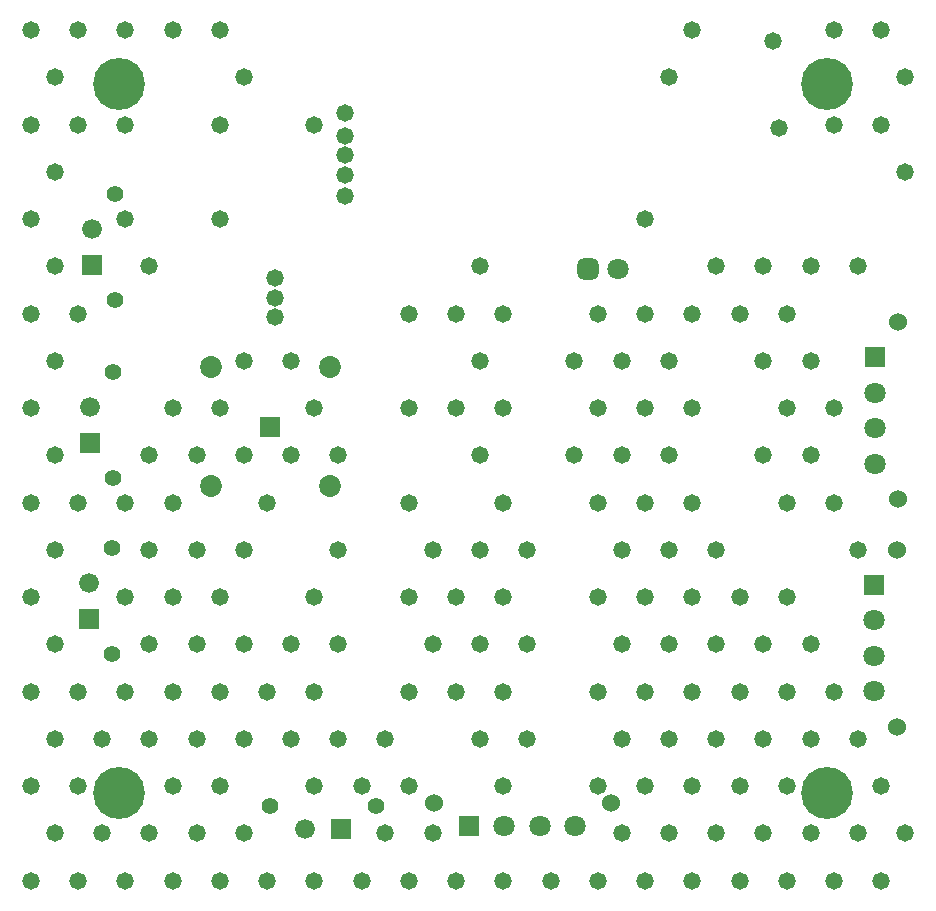
<source format=gbr>
%TF.GenerationSoftware,Altium Limited,Altium Designer,22.9.1 (49)*%
G04 Layer_Color=16711935*
%FSLAX23Y23*%
%MOIN*%
%TF.SameCoordinates,7E49B892-F471-4493-957F-970E4ADD815D*%
%TF.FilePolarity,Negative*%
%TF.FileFunction,Soldermask,Bot*%
%TF.Part,Single*%
G01*
G75*
%TA.AperFunction,ComponentPad*%
%ADD28C,0.073*%
%ADD29R,0.067X0.067*%
%ADD44R,0.071X0.071*%
%ADD45C,0.071*%
%ADD46C,0.060*%
%ADD47C,0.056*%
%ADD48C,0.066*%
%ADD49R,0.066X0.066*%
%ADD50R,0.066X0.066*%
%ADD51R,0.071X0.071*%
%ADD52C,0.071*%
G04:AMPARAMS|DCode=53|XSize=71mil|YSize=71mil|CornerRadius=20mil|HoleSize=0mil|Usage=FLASHONLY|Rotation=0.000|XOffset=0mil|YOffset=0mil|HoleType=Round|Shape=RoundedRectangle|*
%AMROUNDEDRECTD53*
21,1,0.071,0.031,0,0,0.0*
21,1,0.031,0.071,0,0,0.0*
1,1,0.039,0.016,-0.016*
1,1,0.039,-0.016,-0.016*
1,1,0.039,-0.016,0.016*
1,1,0.039,0.016,0.016*
%
%ADD53ROUNDEDRECTD53*%
%TA.AperFunction,ViaPad*%
%ADD54C,0.058*%
%ADD55C,0.173*%
D28*
X2099Y2416D02*
D03*
X1701D02*
D03*
X2099Y2814D02*
D03*
X1701D02*
D03*
D29*
X1900Y2615D02*
D03*
D44*
X3913Y2087D02*
D03*
X3915Y2846D02*
D03*
D45*
X3913Y1969D02*
D03*
Y1851D02*
D03*
Y1733D02*
D03*
X3915Y2728D02*
D03*
Y2610D02*
D03*
Y2492D02*
D03*
X2916Y1285D02*
D03*
X2798D02*
D03*
X2680D02*
D03*
D46*
X3990Y1614D02*
D03*
Y2205D02*
D03*
X3992Y2374D02*
D03*
Y2964D02*
D03*
X2444Y1362D02*
D03*
X3034D02*
D03*
D47*
X1377Y2798D02*
D03*
Y2444D02*
D03*
X1899Y1352D02*
D03*
X2253D02*
D03*
X1382Y3391D02*
D03*
Y3037D02*
D03*
X1372Y2211D02*
D03*
Y1857D02*
D03*
D48*
X1300Y2680D02*
D03*
X2017Y1275D02*
D03*
X1305Y3273D02*
D03*
X1295Y2093D02*
D03*
D49*
X1300Y2562D02*
D03*
X1305Y3155D02*
D03*
X1295Y1975D02*
D03*
D50*
X2135Y1275D02*
D03*
D51*
X2562Y1285D02*
D03*
D52*
X3060Y3140D02*
D03*
D53*
X2960D02*
D03*
D54*
X2047Y1417D02*
D03*
X2205D02*
D03*
X2283Y1260D02*
D03*
X2205Y1102D02*
D03*
X2047D02*
D03*
X1890D02*
D03*
X1811Y1260D02*
D03*
X3937Y3937D02*
D03*
X4016Y3780D02*
D03*
X3937Y3622D02*
D03*
X4016Y3465D02*
D03*
X3937Y1417D02*
D03*
X4016Y1260D02*
D03*
X3937Y1102D02*
D03*
X3780Y3937D02*
D03*
Y3622D02*
D03*
X3858Y3150D02*
D03*
X3780Y2677D02*
D03*
Y2362D02*
D03*
X3858Y2205D02*
D03*
X3780Y1732D02*
D03*
X3858Y1575D02*
D03*
Y1260D02*
D03*
X3780Y1102D02*
D03*
X3701Y3150D02*
D03*
X3622Y2992D02*
D03*
X3701Y2835D02*
D03*
X3622Y2677D02*
D03*
X3701Y2520D02*
D03*
X3622Y2362D02*
D03*
Y2047D02*
D03*
X3701Y1890D02*
D03*
X3622Y1732D02*
D03*
X3701Y1575D02*
D03*
X3622Y1417D02*
D03*
X3701Y1260D02*
D03*
X3622Y1102D02*
D03*
X3543Y3150D02*
D03*
X3465Y2992D02*
D03*
X3543Y2835D02*
D03*
Y2520D02*
D03*
X3465Y2047D02*
D03*
X3543Y1890D02*
D03*
X3465Y1732D02*
D03*
X3543Y1575D02*
D03*
X3465Y1417D02*
D03*
X3543Y1260D02*
D03*
X3465Y1102D02*
D03*
X3307Y3937D02*
D03*
X3386Y3150D02*
D03*
X3307Y2992D02*
D03*
Y2677D02*
D03*
Y2362D02*
D03*
X3386Y2205D02*
D03*
X3307Y2047D02*
D03*
X3386Y1890D02*
D03*
X3307Y1732D02*
D03*
X3386Y1575D02*
D03*
X3307Y1417D02*
D03*
X3386Y1260D02*
D03*
X3307Y1102D02*
D03*
X3228Y3780D02*
D03*
X3150Y3307D02*
D03*
Y2992D02*
D03*
X3228Y2835D02*
D03*
X3150Y2677D02*
D03*
X3228Y2520D02*
D03*
X3150Y2362D02*
D03*
X3228Y2205D02*
D03*
X3150Y2047D02*
D03*
X3228Y1890D02*
D03*
X3150Y1732D02*
D03*
X3228Y1575D02*
D03*
X3150Y1417D02*
D03*
X3228Y1260D02*
D03*
X3150Y1102D02*
D03*
X2992Y2992D02*
D03*
X3071Y2835D02*
D03*
X2992Y2677D02*
D03*
X3071Y2520D02*
D03*
X2992Y2362D02*
D03*
X3071Y2205D02*
D03*
X2992Y2047D02*
D03*
X3071Y1890D02*
D03*
X2992Y1732D02*
D03*
X3071Y1575D02*
D03*
X2992Y1417D02*
D03*
X3071Y1260D02*
D03*
X2992Y1102D02*
D03*
X2913Y2835D02*
D03*
Y2520D02*
D03*
X2835Y1102D02*
D03*
X2677Y2992D02*
D03*
Y2677D02*
D03*
Y2362D02*
D03*
X2756Y2205D02*
D03*
X2677Y2047D02*
D03*
X2756Y1890D02*
D03*
X2677Y1732D02*
D03*
X2756Y1575D02*
D03*
X2677Y1417D02*
D03*
Y1102D02*
D03*
X2598Y3150D02*
D03*
X2520Y2992D02*
D03*
X2598Y2835D02*
D03*
X2520Y2677D02*
D03*
X2598Y2520D02*
D03*
Y2205D02*
D03*
X2520Y2047D02*
D03*
X2598Y1890D02*
D03*
X2520Y1732D02*
D03*
X2598Y1575D02*
D03*
X2520Y1102D02*
D03*
X2362Y2992D02*
D03*
Y2677D02*
D03*
Y2362D02*
D03*
X2441Y2205D02*
D03*
X2362Y2047D02*
D03*
X2441Y1890D02*
D03*
X2362Y1732D02*
D03*
Y1417D02*
D03*
X2441Y1260D02*
D03*
X2362Y1102D02*
D03*
X2283Y1575D02*
D03*
X2047Y3622D02*
D03*
Y2677D02*
D03*
X2126Y2520D02*
D03*
Y2205D02*
D03*
X2047Y2047D02*
D03*
X2126Y1890D02*
D03*
X2047Y1732D02*
D03*
X2126Y1575D02*
D03*
X1969Y2835D02*
D03*
Y2520D02*
D03*
X1890Y2362D02*
D03*
X1969Y1890D02*
D03*
X1890Y1732D02*
D03*
X1969Y1575D02*
D03*
X1732Y3937D02*
D03*
X1811Y3780D02*
D03*
X1732Y3622D02*
D03*
Y3307D02*
D03*
X1811Y2835D02*
D03*
X1732Y2677D02*
D03*
X1811Y2520D02*
D03*
Y2205D02*
D03*
X1732Y2047D02*
D03*
X1811Y1890D02*
D03*
X1732Y1732D02*
D03*
X1811Y1575D02*
D03*
X1732Y1417D02*
D03*
Y1102D02*
D03*
X1575Y3937D02*
D03*
Y2677D02*
D03*
X1654Y2520D02*
D03*
X1575Y2362D02*
D03*
X1654Y2205D02*
D03*
X1575Y2047D02*
D03*
X1654Y1890D02*
D03*
X1575Y1732D02*
D03*
X1654Y1575D02*
D03*
X1575Y1417D02*
D03*
X1654Y1260D02*
D03*
X1575Y1102D02*
D03*
X1417Y3937D02*
D03*
Y3622D02*
D03*
Y3307D02*
D03*
X1496Y3150D02*
D03*
Y2520D02*
D03*
X1417Y2362D02*
D03*
X1496Y2205D02*
D03*
X1417Y2047D02*
D03*
X1496Y1890D02*
D03*
X1417Y1732D02*
D03*
X1496Y1575D02*
D03*
Y1260D02*
D03*
X1417Y1102D02*
D03*
X1260Y3937D02*
D03*
Y3622D02*
D03*
Y2992D02*
D03*
Y2362D02*
D03*
Y1732D02*
D03*
X1339Y1575D02*
D03*
X1260Y1417D02*
D03*
X1339Y1260D02*
D03*
X1260Y1102D02*
D03*
X1102Y3937D02*
D03*
X1181Y3780D02*
D03*
X1102Y3622D02*
D03*
X1181Y3465D02*
D03*
X1102Y3307D02*
D03*
X1181Y3150D02*
D03*
X1102Y2992D02*
D03*
X1181Y2835D02*
D03*
X1102Y2677D02*
D03*
X1181Y2520D02*
D03*
X1102Y2362D02*
D03*
X1181Y2205D02*
D03*
X1102Y2047D02*
D03*
X1181Y1890D02*
D03*
X1102Y1732D02*
D03*
X1181Y1575D02*
D03*
X1102Y1417D02*
D03*
X1181Y1260D02*
D03*
X1102Y1102D02*
D03*
X3595Y3610D02*
D03*
X3575Y3900D02*
D03*
X2150Y3660D02*
D03*
Y3585D02*
D03*
Y3385D02*
D03*
Y3455D02*
D03*
Y3520D02*
D03*
X1915Y2980D02*
D03*
Y3045D02*
D03*
Y3110D02*
D03*
D55*
X1394Y1394D02*
D03*
X3756D02*
D03*
Y3756D02*
D03*
X1394D02*
D03*
%TF.MD5,cbdb7585e13b92631005589f36ea2b47*%
M02*

</source>
